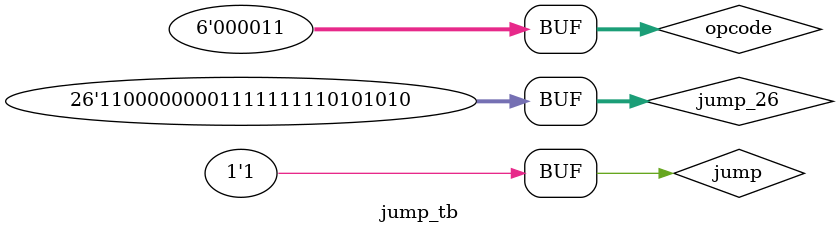
<source format=v>
module jump_branch (jump_address,flag,zero,branch,opcode,funct,jump,jump_26,data1);

output reg [31:0]jump_address;
output reg [1:0] flag;
input wire [31:0]data1; //for jr 
input wire [5:0] opcode,funct;
input wire [25:0]jump_26;
input wire jump,zero,branch;

parameter op_bne=6'b000101;
parameter op_beq=6'b000100;
parameter op_jr =6'b000000;//at8irt
parameter jr_funct=6'b001000;

always @(zero,branch,opcode,jump,jump_26,funct,data1)
begin
if(jump == 1'b1)
begin
flag<=2'b10;
jump_address<={6'b000000,jump_26};
end 
else if ((zero==1'b1)&&(branch==1'b1)&&(opcode==op_beq))
begin
flag<=2'b00;
jump_address<={32{1'bx}};
end
else if (zero==1'b0&&branch==1'b1&&opcode==op_bne)
begin
flag<=2'b01;
jump_address<={32{1'bx}};
end
//jr
else if ((opcode==op_jr)&&(funct==jr_funct))
begin
flag<=2'b11; 
jump_address<=data1;
end
else 
begin
flag<=2'bxx;
jump_address<={32{1'bx}};
end 
end
endmodule 



module jump_tb();

wire  [31:0]jump_address;
wire [1:0] flag;
reg  [31:0]data1; //for jr 
reg [5:0] opcode,funct;
reg [25:0]jump_26;
reg jump,zero,branch;
 jump_branch jump_mips (jump_address,flag,zero,branch,opcode,funct,jump,jump_26,data1);
initial
begin
$monitor("address is %b, and flag is %b ",jump_address,flag);
opcode =6'b000011;
jump=1'b1;
jump_26={26{1'b1}};

#4
jump=1'b0;
#3
jump=1'b1;
jump_26=32'b11111111_00000000_11111111_10101010;
end
endmodule 
</source>
